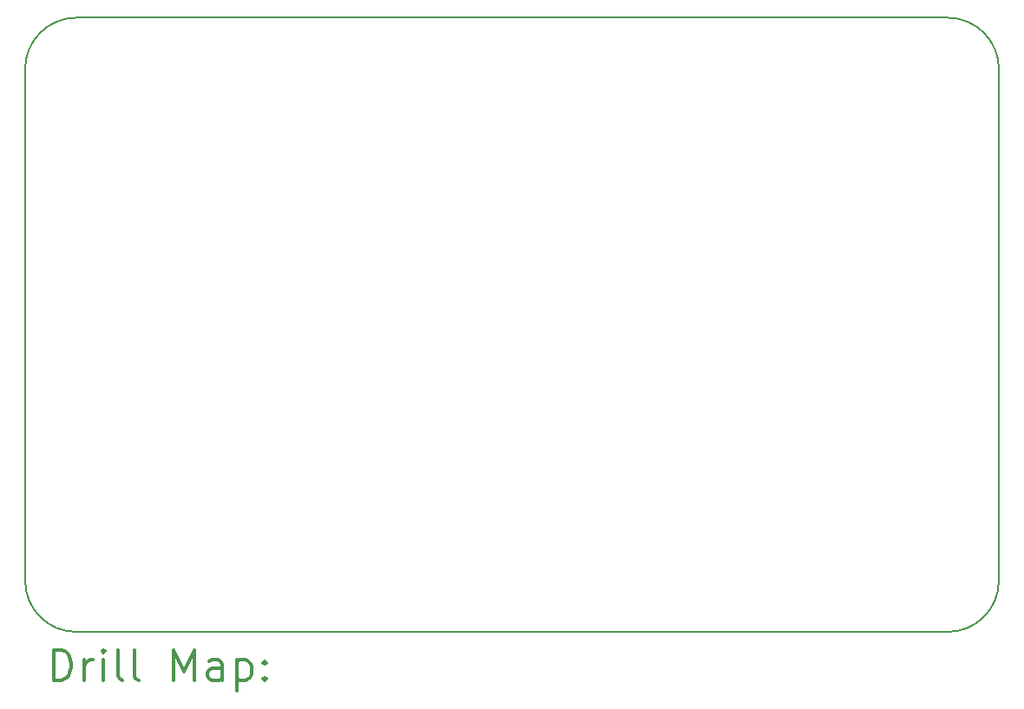
<source format=gbr>
%FSLAX45Y45*%
G04 Gerber Fmt 4.5, Leading zero omitted, Abs format (unit mm)*
G04 Created by KiCad (PCBNEW (5.0.0)) date 10/21/18 14:19:50*
%MOMM*%
%LPD*%
G01*
G04 APERTURE LIST*
%ADD10C,0.150000*%
%ADD11C,0.200000*%
%ADD12C,0.300000*%
G04 APERTURE END LIST*
D10*
X11000000Y-14000000D02*
G75*
G02X10500000Y-13500000I0J500000D01*
G01*
X10500000Y-8500000D02*
G75*
G02X11000000Y-8000000I500000J0D01*
G01*
X19500000Y-8000000D02*
G75*
G02X20000000Y-8500000I0J-500000D01*
G01*
X20000000Y-13500000D02*
G75*
G02X19500000Y-14000000I-500000J0D01*
G01*
X20000000Y-8500000D02*
X20000000Y-13500000D01*
X11000000Y-8000000D02*
X19500000Y-8000000D01*
X10500000Y-13500000D02*
X10500000Y-8500000D01*
X19500000Y-14000000D02*
X11000000Y-14000000D01*
D11*
D12*
X10778928Y-14473214D02*
X10778928Y-14173214D01*
X10850357Y-14173214D01*
X10893214Y-14187500D01*
X10921786Y-14216071D01*
X10936071Y-14244643D01*
X10950357Y-14301786D01*
X10950357Y-14344643D01*
X10936071Y-14401786D01*
X10921786Y-14430357D01*
X10893214Y-14458929D01*
X10850357Y-14473214D01*
X10778928Y-14473214D01*
X11078928Y-14473214D02*
X11078928Y-14273214D01*
X11078928Y-14330357D02*
X11093214Y-14301786D01*
X11107500Y-14287500D01*
X11136071Y-14273214D01*
X11164643Y-14273214D01*
X11264643Y-14473214D02*
X11264643Y-14273214D01*
X11264643Y-14173214D02*
X11250357Y-14187500D01*
X11264643Y-14201786D01*
X11278928Y-14187500D01*
X11264643Y-14173214D01*
X11264643Y-14201786D01*
X11450357Y-14473214D02*
X11421786Y-14458929D01*
X11407500Y-14430357D01*
X11407500Y-14173214D01*
X11607500Y-14473214D02*
X11578928Y-14458929D01*
X11564643Y-14430357D01*
X11564643Y-14173214D01*
X11950357Y-14473214D02*
X11950357Y-14173214D01*
X12050357Y-14387500D01*
X12150357Y-14173214D01*
X12150357Y-14473214D01*
X12421786Y-14473214D02*
X12421786Y-14316071D01*
X12407500Y-14287500D01*
X12378928Y-14273214D01*
X12321786Y-14273214D01*
X12293214Y-14287500D01*
X12421786Y-14458929D02*
X12393214Y-14473214D01*
X12321786Y-14473214D01*
X12293214Y-14458929D01*
X12278928Y-14430357D01*
X12278928Y-14401786D01*
X12293214Y-14373214D01*
X12321786Y-14358929D01*
X12393214Y-14358929D01*
X12421786Y-14344643D01*
X12564643Y-14273214D02*
X12564643Y-14573214D01*
X12564643Y-14287500D02*
X12593214Y-14273214D01*
X12650357Y-14273214D01*
X12678928Y-14287500D01*
X12693214Y-14301786D01*
X12707500Y-14330357D01*
X12707500Y-14416071D01*
X12693214Y-14444643D01*
X12678928Y-14458929D01*
X12650357Y-14473214D01*
X12593214Y-14473214D01*
X12564643Y-14458929D01*
X12836071Y-14444643D02*
X12850357Y-14458929D01*
X12836071Y-14473214D01*
X12821786Y-14458929D01*
X12836071Y-14444643D01*
X12836071Y-14473214D01*
X12836071Y-14287500D02*
X12850357Y-14301786D01*
X12836071Y-14316071D01*
X12821786Y-14301786D01*
X12836071Y-14287500D01*
X12836071Y-14316071D01*
M02*

</source>
